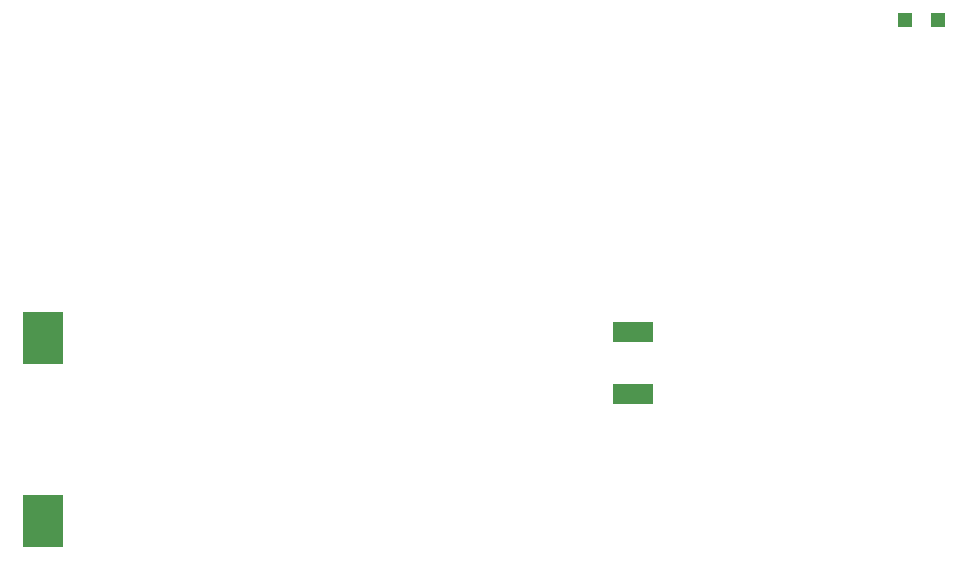
<source format=gtp>
G04 #@! TF.GenerationSoftware,KiCad,Pcbnew,5.0.2-bee76a0~70~ubuntu18.04.1*
G04 #@! TF.CreationDate,2019-04-30T11:20:39-04:00*
G04 #@! TF.ProjectId,AIR_Mount_Plus,4149525f-4d6f-4756-9e74-5f506c75732e,rev?*
G04 #@! TF.SameCoordinates,Original*
G04 #@! TF.FileFunction,Paste,Top*
G04 #@! TF.FilePolarity,Positive*
%FSLAX46Y46*%
G04 Gerber Fmt 4.6, Leading zero omitted, Abs format (unit mm)*
G04 Created by KiCad (PCBNEW 5.0.2-bee76a0~70~ubuntu18.04.1) date Tue 30 Apr 2019 11:20:39 AM EDT*
%MOMM*%
%LPD*%
G01*
G04 APERTURE LIST*
%ADD10R,3.500000X1.780000*%
%ADD11R,1.200000X1.200000*%
%ADD12R,3.400000X4.500000*%
G04 APERTURE END LIST*
D10*
G04 #@! TO.C,F1*
X243078000Y-73152000D03*
X243078000Y-78432000D03*
G04 #@! TD*
D11*
G04 #@! TO.C,D1*
X266062000Y-46736000D03*
X268862000Y-46736000D03*
G04 #@! TD*
D12*
G04 #@! TO.C,R1*
X193120000Y-73660000D03*
X193120000Y-89160000D03*
G04 #@! TD*
M02*

</source>
